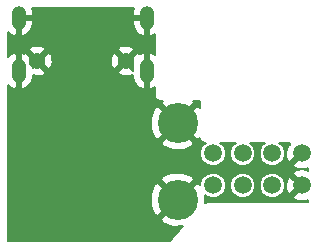
<source format=gbl>
G04 #@! TF.GenerationSoftware,KiCad,Pcbnew,(5.0.1)-4*
G04 #@! TF.CreationDate,2019-03-10T19:19:02+01:00*
G04 #@! TF.ProjectId,wii_hdmi_pcb,7769695F68646D695F7063622E6B6963,rev?*
G04 #@! TF.SameCoordinates,Original*
G04 #@! TF.FileFunction,Copper,L2,Bot,Signal*
G04 #@! TF.FilePolarity,Positive*
%FSLAX46Y46*%
G04 Gerber Fmt 4.6, Leading zero omitted, Abs format (unit mm)*
G04 Created by KiCad (PCBNEW (5.0.1)-4) date 10.03.2019 19:19:02*
%MOMM*%
%LPD*%
G01*
G04 APERTURE LIST*
G04 #@! TA.AperFunction,ComponentPad*
%ADD10C,1.400000*%
G04 #@! TD*
G04 #@! TA.AperFunction,ComponentPad*
%ADD11O,1.250000X2.000000*%
G04 #@! TD*
G04 #@! TA.AperFunction,ComponentPad*
%ADD12C,1.500000*%
G04 #@! TD*
G04 #@! TA.AperFunction,ComponentPad*
%ADD13C,3.400000*%
G04 #@! TD*
G04 #@! TA.AperFunction,ViaPad*
%ADD14C,0.600000*%
G04 #@! TD*
G04 #@! TA.AperFunction,Conductor*
%ADD15C,0.150000*%
G04 #@! TD*
G04 APERTURE END LIST*
D10*
G04 #@! TO.P,J2,SH*
G04 #@! TO.N,GND*
X131366000Y-57486000D03*
X138866000Y-57486000D03*
D11*
X129794000Y-53848000D03*
X140644000Y-53848000D03*
X129794000Y-58348000D03*
X140644000Y-58348000D03*
G04 #@! TD*
D12*
G04 #@! TO.P,J3,3*
G04 #@! TO.N,Net-(J3-Pad3)*
X148756000Y-65326000D03*
G04 #@! TO.P,J3,7*
G04 #@! TO.N,GND*
X153756000Y-65326000D03*
G04 #@! TO.P,J3,5*
G04 #@! TO.N,Net-(J3-Pad5)*
X151256000Y-65326000D03*
G04 #@! TO.P,J3,1*
G04 #@! TO.N,Net-(J3-Pad1)*
X146256000Y-65326000D03*
G04 #@! TO.P,J3,8*
G04 #@! TO.N,GND*
X153756000Y-68026000D03*
G04 #@! TO.P,J3,6*
G04 #@! TO.N,Net-(J3-Pad6)*
X151256000Y-68026000D03*
G04 #@! TO.P,J3,4*
G04 #@! TO.N,Net-(J3-Pad4)*
X148756000Y-68026000D03*
G04 #@! TO.P,J3,2*
G04 #@! TO.N,Net-(J3-Pad2)*
X146256000Y-68026000D03*
D13*
G04 #@! TO.P,J3,10*
G04 #@! TO.N,GND*
X143256000Y-69238000D03*
G04 #@! TO.P,J3,9*
X143256000Y-62738000D03*
G04 #@! TD*
D14*
G04 #@! TO.N,GND*
X138938000Y-66040000D03*
G04 #@! TD*
D15*
G04 #@! TO.N,GND*
G36*
X139436000Y-53294000D02*
X139436000Y-53669000D01*
X140465000Y-53669000D01*
X140465000Y-53649000D01*
X140823000Y-53649000D01*
X140823000Y-53669000D01*
X140843000Y-53669000D01*
X140843000Y-54027000D01*
X140823000Y-54027000D01*
X140823000Y-55270060D01*
X141007683Y-55374954D01*
X141332000Y-55222391D01*
X141332001Y-56973609D01*
X141007683Y-56821046D01*
X140823000Y-56925940D01*
X140823000Y-58169000D01*
X140843000Y-58169000D01*
X140843000Y-58527000D01*
X140823000Y-58527000D01*
X140823000Y-59770060D01*
X141007683Y-59874954D01*
X141332001Y-59722391D01*
X141332001Y-60412601D01*
X141324164Y-60452000D01*
X141355209Y-60608072D01*
X141443616Y-60740384D01*
X141575928Y-60828791D01*
X141692606Y-60852000D01*
X141732000Y-60859836D01*
X141771394Y-60852000D01*
X141978379Y-60852000D01*
X141844882Y-61073738D01*
X143256000Y-62484856D01*
X144667118Y-61073738D01*
X144533621Y-60852000D01*
X145142000Y-60852000D01*
X145142000Y-61460379D01*
X144920262Y-61326882D01*
X143509144Y-62738000D01*
X144920262Y-64149118D01*
X145136356Y-64019019D01*
X145165209Y-64164072D01*
X145253616Y-64296384D01*
X145385928Y-64384791D01*
X145502606Y-64408000D01*
X145542000Y-64415836D01*
X145581394Y-64408000D01*
X145663138Y-64408000D01*
X145647062Y-64414659D01*
X145344659Y-64717062D01*
X145181000Y-65112169D01*
X145181000Y-65539831D01*
X145344659Y-65934938D01*
X145647062Y-66237341D01*
X146042169Y-66401000D01*
X146469831Y-66401000D01*
X146864938Y-66237341D01*
X147167341Y-65934938D01*
X147331000Y-65539831D01*
X147331000Y-65112169D01*
X147167341Y-64717062D01*
X146864938Y-64414659D01*
X146848862Y-64408000D01*
X148163138Y-64408000D01*
X148147062Y-64414659D01*
X147844659Y-64717062D01*
X147681000Y-65112169D01*
X147681000Y-65539831D01*
X147844659Y-65934938D01*
X148147062Y-66237341D01*
X148542169Y-66401000D01*
X148969831Y-66401000D01*
X149364938Y-66237341D01*
X149667341Y-65934938D01*
X149831000Y-65539831D01*
X149831000Y-65112169D01*
X149667341Y-64717062D01*
X149364938Y-64414659D01*
X149348862Y-64408000D01*
X150663138Y-64408000D01*
X150647062Y-64414659D01*
X150344659Y-64717062D01*
X150181000Y-65112169D01*
X150181000Y-65539831D01*
X150344659Y-65934938D01*
X150647062Y-66237341D01*
X151042169Y-66401000D01*
X151469831Y-66401000D01*
X151864938Y-66237341D01*
X152167341Y-65934938D01*
X152331000Y-65539831D01*
X152331000Y-65112169D01*
X152167341Y-64717062D01*
X151864938Y-64414659D01*
X151848862Y-64408000D01*
X152753999Y-64408000D01*
X152669426Y-64492573D01*
X152780835Y-64603982D01*
X152560817Y-64678905D01*
X152404162Y-65185540D01*
X152453313Y-65713557D01*
X152560817Y-65973095D01*
X152780837Y-66048019D01*
X153502856Y-65326000D01*
X153488714Y-65311858D01*
X153741858Y-65058714D01*
X153756000Y-65072856D01*
X153770143Y-65058714D01*
X154023287Y-65311858D01*
X154009144Y-65326000D01*
X154023287Y-65340143D01*
X153770143Y-65593287D01*
X153756000Y-65579144D01*
X153033981Y-66301163D01*
X153108905Y-66521183D01*
X153615540Y-66677838D01*
X154143557Y-66628687D01*
X154286000Y-66569685D01*
X154286000Y-66794611D01*
X153896460Y-66674162D01*
X153368443Y-66723313D01*
X153108905Y-66830817D01*
X153033981Y-67050837D01*
X153756000Y-67772856D01*
X153770143Y-67758714D01*
X154023287Y-68011858D01*
X154009144Y-68026000D01*
X154023287Y-68040143D01*
X153770143Y-68293287D01*
X153756000Y-68279144D01*
X153033981Y-69001163D01*
X153108905Y-69221183D01*
X153615540Y-69377838D01*
X154143557Y-69328687D01*
X154286001Y-69269685D01*
X154286001Y-69450000D01*
X145827334Y-69450000D01*
X145779699Y-69442490D01*
X145710120Y-69459247D01*
X145639928Y-69473209D01*
X145633043Y-69477809D01*
X145624993Y-69479748D01*
X145567122Y-69521856D01*
X145551720Y-69532147D01*
X145524665Y-68814944D01*
X145647062Y-68937341D01*
X146042169Y-69101000D01*
X146469831Y-69101000D01*
X146864938Y-68937341D01*
X147167341Y-68634938D01*
X147331000Y-68239831D01*
X147331000Y-67812169D01*
X147681000Y-67812169D01*
X147681000Y-68239831D01*
X147844659Y-68634938D01*
X148147062Y-68937341D01*
X148542169Y-69101000D01*
X148969831Y-69101000D01*
X149364938Y-68937341D01*
X149667341Y-68634938D01*
X149831000Y-68239831D01*
X149831000Y-67812169D01*
X150181000Y-67812169D01*
X150181000Y-68239831D01*
X150344659Y-68634938D01*
X150647062Y-68937341D01*
X151042169Y-69101000D01*
X151469831Y-69101000D01*
X151864938Y-68937341D01*
X152167341Y-68634938D01*
X152331000Y-68239831D01*
X152331000Y-67885540D01*
X152404162Y-67885540D01*
X152453313Y-68413557D01*
X152560817Y-68673095D01*
X152780837Y-68748019D01*
X153502856Y-68026000D01*
X152780837Y-67303981D01*
X152560817Y-67378905D01*
X152404162Y-67885540D01*
X152331000Y-67885540D01*
X152331000Y-67812169D01*
X152167341Y-67417062D01*
X151864938Y-67114659D01*
X151469831Y-66951000D01*
X151042169Y-66951000D01*
X150647062Y-67114659D01*
X150344659Y-67417062D01*
X150181000Y-67812169D01*
X149831000Y-67812169D01*
X149667341Y-67417062D01*
X149364938Y-67114659D01*
X148969831Y-66951000D01*
X148542169Y-66951000D01*
X148147062Y-67114659D01*
X147844659Y-67417062D01*
X147681000Y-67812169D01*
X147331000Y-67812169D01*
X147167341Y-67417062D01*
X146864938Y-67114659D01*
X146469831Y-66951000D01*
X146042169Y-66951000D01*
X145647062Y-67114659D01*
X145344659Y-67417062D01*
X145181000Y-67812169D01*
X145181000Y-67983859D01*
X144920262Y-67826882D01*
X143509144Y-69238000D01*
X143523287Y-69252143D01*
X143270143Y-69505287D01*
X143256000Y-69491144D01*
X141844882Y-70902262D01*
X142036662Y-71220808D01*
X142888266Y-71536496D01*
X143723972Y-71504971D01*
X142572868Y-72752000D01*
X128924000Y-72752000D01*
X128924000Y-68870266D01*
X140957504Y-68870266D01*
X140991741Y-69777855D01*
X141273192Y-70457338D01*
X141591738Y-70649118D01*
X143002856Y-69238000D01*
X141591738Y-67826882D01*
X141273192Y-68018662D01*
X140957504Y-68870266D01*
X128924000Y-68870266D01*
X128924000Y-67573738D01*
X141844882Y-67573738D01*
X143256000Y-68984856D01*
X144667118Y-67573738D01*
X144475338Y-67255192D01*
X143623734Y-66939504D01*
X142716145Y-66973741D01*
X142036662Y-67255192D01*
X141844882Y-67573738D01*
X128924000Y-67573738D01*
X128924000Y-64402262D01*
X141844882Y-64402262D01*
X142036662Y-64720808D01*
X142888266Y-65036496D01*
X143795855Y-65002259D01*
X144475338Y-64720808D01*
X144667118Y-64402262D01*
X143256000Y-62991144D01*
X141844882Y-64402262D01*
X128924000Y-64402262D01*
X128924000Y-62370266D01*
X140957504Y-62370266D01*
X140991741Y-63277855D01*
X141273192Y-63957338D01*
X141591738Y-64149118D01*
X143002856Y-62738000D01*
X141591738Y-61326882D01*
X141273192Y-61518662D01*
X140957504Y-62370266D01*
X128924000Y-62370266D01*
X128924000Y-59546608D01*
X129066387Y-59703757D01*
X129430317Y-59874954D01*
X129615000Y-59770060D01*
X129615000Y-58527000D01*
X129595000Y-58527000D01*
X129595000Y-58169000D01*
X129615000Y-58169000D01*
X129615000Y-56925940D01*
X129973000Y-56925940D01*
X129973000Y-58169000D01*
X129993000Y-58169000D01*
X129993000Y-58527000D01*
X129973000Y-58527000D01*
X129973000Y-59770060D01*
X130157683Y-59874954D01*
X130521613Y-59703757D01*
X130841546Y-59350656D01*
X131002000Y-58902000D01*
X131002000Y-58716314D01*
X131237549Y-58787813D01*
X131745509Y-58737874D01*
X131982855Y-58639562D01*
X132051554Y-58424698D01*
X138180446Y-58424698D01*
X138249145Y-58639562D01*
X138737549Y-58787813D01*
X139245509Y-58737874D01*
X139436000Y-58658970D01*
X139436000Y-58902000D01*
X139596454Y-59350656D01*
X139916387Y-59703757D01*
X140280317Y-59874954D01*
X140465000Y-59770060D01*
X140465000Y-58527000D01*
X140445000Y-58527000D01*
X140445000Y-58169000D01*
X140465000Y-58169000D01*
X140465000Y-56925940D01*
X140280317Y-56821046D01*
X140045411Y-56931549D01*
X140019562Y-56869145D01*
X139804698Y-56800446D01*
X139119144Y-57486000D01*
X139436000Y-57802856D01*
X139436000Y-58309144D01*
X138866000Y-57739144D01*
X138180446Y-58424698D01*
X132051554Y-58424698D01*
X131366000Y-57739144D01*
X131002000Y-58103144D01*
X131002000Y-57794000D01*
X130950068Y-57648788D01*
X131112856Y-57486000D01*
X131619144Y-57486000D01*
X132304698Y-58171554D01*
X132519562Y-58102855D01*
X132667813Y-57614451D01*
X132642557Y-57357549D01*
X137564187Y-57357549D01*
X137614126Y-57865509D01*
X137712438Y-58102855D01*
X137927302Y-58171554D01*
X138612856Y-57486000D01*
X137927302Y-56800446D01*
X137712438Y-56869145D01*
X137564187Y-57357549D01*
X132642557Y-57357549D01*
X132617874Y-57106491D01*
X132519562Y-56869145D01*
X132304698Y-56800446D01*
X131619144Y-57486000D01*
X131112856Y-57486000D01*
X130427302Y-56800446D01*
X130240713Y-56860104D01*
X130157683Y-56821046D01*
X129973000Y-56925940D01*
X129615000Y-56925940D01*
X129430317Y-56821046D01*
X129066387Y-56992243D01*
X128924000Y-57149392D01*
X128924000Y-56547302D01*
X130680446Y-56547302D01*
X131366000Y-57232856D01*
X132051554Y-56547302D01*
X138180446Y-56547302D01*
X138866000Y-57232856D01*
X139551554Y-56547302D01*
X139482855Y-56332438D01*
X138994451Y-56184187D01*
X138486491Y-56234126D01*
X138249145Y-56332438D01*
X138180446Y-56547302D01*
X132051554Y-56547302D01*
X131982855Y-56332438D01*
X131494451Y-56184187D01*
X130986491Y-56234126D01*
X130749145Y-56332438D01*
X130680446Y-56547302D01*
X128924000Y-56547302D01*
X128924000Y-55046608D01*
X129066387Y-55203757D01*
X129430317Y-55374954D01*
X129615000Y-55270060D01*
X129615000Y-54027000D01*
X129973000Y-54027000D01*
X129973000Y-55270060D01*
X130157683Y-55374954D01*
X130521613Y-55203757D01*
X130841546Y-54850656D01*
X131002000Y-54402000D01*
X131002000Y-54027000D01*
X139436000Y-54027000D01*
X139436000Y-54402000D01*
X139596454Y-54850656D01*
X139916387Y-55203757D01*
X140280317Y-55374954D01*
X140465000Y-55270060D01*
X140465000Y-54027000D01*
X139436000Y-54027000D01*
X131002000Y-54027000D01*
X129973000Y-54027000D01*
X129615000Y-54027000D01*
X129595000Y-54027000D01*
X129595000Y-53669000D01*
X129615000Y-53669000D01*
X129615000Y-53649000D01*
X129973000Y-53649000D01*
X129973000Y-53669000D01*
X131002000Y-53669000D01*
X131002000Y-53294000D01*
X130888988Y-52978000D01*
X139549012Y-52978000D01*
X139436000Y-53294000D01*
X139436000Y-53294000D01*
G37*
X139436000Y-53294000D02*
X139436000Y-53669000D01*
X140465000Y-53669000D01*
X140465000Y-53649000D01*
X140823000Y-53649000D01*
X140823000Y-53669000D01*
X140843000Y-53669000D01*
X140843000Y-54027000D01*
X140823000Y-54027000D01*
X140823000Y-55270060D01*
X141007683Y-55374954D01*
X141332000Y-55222391D01*
X141332001Y-56973609D01*
X141007683Y-56821046D01*
X140823000Y-56925940D01*
X140823000Y-58169000D01*
X140843000Y-58169000D01*
X140843000Y-58527000D01*
X140823000Y-58527000D01*
X140823000Y-59770060D01*
X141007683Y-59874954D01*
X141332001Y-59722391D01*
X141332001Y-60412601D01*
X141324164Y-60452000D01*
X141355209Y-60608072D01*
X141443616Y-60740384D01*
X141575928Y-60828791D01*
X141692606Y-60852000D01*
X141732000Y-60859836D01*
X141771394Y-60852000D01*
X141978379Y-60852000D01*
X141844882Y-61073738D01*
X143256000Y-62484856D01*
X144667118Y-61073738D01*
X144533621Y-60852000D01*
X145142000Y-60852000D01*
X145142000Y-61460379D01*
X144920262Y-61326882D01*
X143509144Y-62738000D01*
X144920262Y-64149118D01*
X145136356Y-64019019D01*
X145165209Y-64164072D01*
X145253616Y-64296384D01*
X145385928Y-64384791D01*
X145502606Y-64408000D01*
X145542000Y-64415836D01*
X145581394Y-64408000D01*
X145663138Y-64408000D01*
X145647062Y-64414659D01*
X145344659Y-64717062D01*
X145181000Y-65112169D01*
X145181000Y-65539831D01*
X145344659Y-65934938D01*
X145647062Y-66237341D01*
X146042169Y-66401000D01*
X146469831Y-66401000D01*
X146864938Y-66237341D01*
X147167341Y-65934938D01*
X147331000Y-65539831D01*
X147331000Y-65112169D01*
X147167341Y-64717062D01*
X146864938Y-64414659D01*
X146848862Y-64408000D01*
X148163138Y-64408000D01*
X148147062Y-64414659D01*
X147844659Y-64717062D01*
X147681000Y-65112169D01*
X147681000Y-65539831D01*
X147844659Y-65934938D01*
X148147062Y-66237341D01*
X148542169Y-66401000D01*
X148969831Y-66401000D01*
X149364938Y-66237341D01*
X149667341Y-65934938D01*
X149831000Y-65539831D01*
X149831000Y-65112169D01*
X149667341Y-64717062D01*
X149364938Y-64414659D01*
X149348862Y-64408000D01*
X150663138Y-64408000D01*
X150647062Y-64414659D01*
X150344659Y-64717062D01*
X150181000Y-65112169D01*
X150181000Y-65539831D01*
X150344659Y-65934938D01*
X150647062Y-66237341D01*
X151042169Y-66401000D01*
X151469831Y-66401000D01*
X151864938Y-66237341D01*
X152167341Y-65934938D01*
X152331000Y-65539831D01*
X152331000Y-65112169D01*
X152167341Y-64717062D01*
X151864938Y-64414659D01*
X151848862Y-64408000D01*
X152753999Y-64408000D01*
X152669426Y-64492573D01*
X152780835Y-64603982D01*
X152560817Y-64678905D01*
X152404162Y-65185540D01*
X152453313Y-65713557D01*
X152560817Y-65973095D01*
X152780837Y-66048019D01*
X153502856Y-65326000D01*
X153488714Y-65311858D01*
X153741858Y-65058714D01*
X153756000Y-65072856D01*
X153770143Y-65058714D01*
X154023287Y-65311858D01*
X154009144Y-65326000D01*
X154023287Y-65340143D01*
X153770143Y-65593287D01*
X153756000Y-65579144D01*
X153033981Y-66301163D01*
X153108905Y-66521183D01*
X153615540Y-66677838D01*
X154143557Y-66628687D01*
X154286000Y-66569685D01*
X154286000Y-66794611D01*
X153896460Y-66674162D01*
X153368443Y-66723313D01*
X153108905Y-66830817D01*
X153033981Y-67050837D01*
X153756000Y-67772856D01*
X153770143Y-67758714D01*
X154023287Y-68011858D01*
X154009144Y-68026000D01*
X154023287Y-68040143D01*
X153770143Y-68293287D01*
X153756000Y-68279144D01*
X153033981Y-69001163D01*
X153108905Y-69221183D01*
X153615540Y-69377838D01*
X154143557Y-69328687D01*
X154286001Y-69269685D01*
X154286001Y-69450000D01*
X145827334Y-69450000D01*
X145779699Y-69442490D01*
X145710120Y-69459247D01*
X145639928Y-69473209D01*
X145633043Y-69477809D01*
X145624993Y-69479748D01*
X145567122Y-69521856D01*
X145551720Y-69532147D01*
X145524665Y-68814944D01*
X145647062Y-68937341D01*
X146042169Y-69101000D01*
X146469831Y-69101000D01*
X146864938Y-68937341D01*
X147167341Y-68634938D01*
X147331000Y-68239831D01*
X147331000Y-67812169D01*
X147681000Y-67812169D01*
X147681000Y-68239831D01*
X147844659Y-68634938D01*
X148147062Y-68937341D01*
X148542169Y-69101000D01*
X148969831Y-69101000D01*
X149364938Y-68937341D01*
X149667341Y-68634938D01*
X149831000Y-68239831D01*
X149831000Y-67812169D01*
X150181000Y-67812169D01*
X150181000Y-68239831D01*
X150344659Y-68634938D01*
X150647062Y-68937341D01*
X151042169Y-69101000D01*
X151469831Y-69101000D01*
X151864938Y-68937341D01*
X152167341Y-68634938D01*
X152331000Y-68239831D01*
X152331000Y-67885540D01*
X152404162Y-67885540D01*
X152453313Y-68413557D01*
X152560817Y-68673095D01*
X152780837Y-68748019D01*
X153502856Y-68026000D01*
X152780837Y-67303981D01*
X152560817Y-67378905D01*
X152404162Y-67885540D01*
X152331000Y-67885540D01*
X152331000Y-67812169D01*
X152167341Y-67417062D01*
X151864938Y-67114659D01*
X151469831Y-66951000D01*
X151042169Y-66951000D01*
X150647062Y-67114659D01*
X150344659Y-67417062D01*
X150181000Y-67812169D01*
X149831000Y-67812169D01*
X149667341Y-67417062D01*
X149364938Y-67114659D01*
X148969831Y-66951000D01*
X148542169Y-66951000D01*
X148147062Y-67114659D01*
X147844659Y-67417062D01*
X147681000Y-67812169D01*
X147331000Y-67812169D01*
X147167341Y-67417062D01*
X146864938Y-67114659D01*
X146469831Y-66951000D01*
X146042169Y-66951000D01*
X145647062Y-67114659D01*
X145344659Y-67417062D01*
X145181000Y-67812169D01*
X145181000Y-67983859D01*
X144920262Y-67826882D01*
X143509144Y-69238000D01*
X143523287Y-69252143D01*
X143270143Y-69505287D01*
X143256000Y-69491144D01*
X141844882Y-70902262D01*
X142036662Y-71220808D01*
X142888266Y-71536496D01*
X143723972Y-71504971D01*
X142572868Y-72752000D01*
X128924000Y-72752000D01*
X128924000Y-68870266D01*
X140957504Y-68870266D01*
X140991741Y-69777855D01*
X141273192Y-70457338D01*
X141591738Y-70649118D01*
X143002856Y-69238000D01*
X141591738Y-67826882D01*
X141273192Y-68018662D01*
X140957504Y-68870266D01*
X128924000Y-68870266D01*
X128924000Y-67573738D01*
X141844882Y-67573738D01*
X143256000Y-68984856D01*
X144667118Y-67573738D01*
X144475338Y-67255192D01*
X143623734Y-66939504D01*
X142716145Y-66973741D01*
X142036662Y-67255192D01*
X141844882Y-67573738D01*
X128924000Y-67573738D01*
X128924000Y-64402262D01*
X141844882Y-64402262D01*
X142036662Y-64720808D01*
X142888266Y-65036496D01*
X143795855Y-65002259D01*
X144475338Y-64720808D01*
X144667118Y-64402262D01*
X143256000Y-62991144D01*
X141844882Y-64402262D01*
X128924000Y-64402262D01*
X128924000Y-62370266D01*
X140957504Y-62370266D01*
X140991741Y-63277855D01*
X141273192Y-63957338D01*
X141591738Y-64149118D01*
X143002856Y-62738000D01*
X141591738Y-61326882D01*
X141273192Y-61518662D01*
X140957504Y-62370266D01*
X128924000Y-62370266D01*
X128924000Y-59546608D01*
X129066387Y-59703757D01*
X129430317Y-59874954D01*
X129615000Y-59770060D01*
X129615000Y-58527000D01*
X129595000Y-58527000D01*
X129595000Y-58169000D01*
X129615000Y-58169000D01*
X129615000Y-56925940D01*
X129973000Y-56925940D01*
X129973000Y-58169000D01*
X129993000Y-58169000D01*
X129993000Y-58527000D01*
X129973000Y-58527000D01*
X129973000Y-59770060D01*
X130157683Y-59874954D01*
X130521613Y-59703757D01*
X130841546Y-59350656D01*
X131002000Y-58902000D01*
X131002000Y-58716314D01*
X131237549Y-58787813D01*
X131745509Y-58737874D01*
X131982855Y-58639562D01*
X132051554Y-58424698D01*
X138180446Y-58424698D01*
X138249145Y-58639562D01*
X138737549Y-58787813D01*
X139245509Y-58737874D01*
X139436000Y-58658970D01*
X139436000Y-58902000D01*
X139596454Y-59350656D01*
X139916387Y-59703757D01*
X140280317Y-59874954D01*
X140465000Y-59770060D01*
X140465000Y-58527000D01*
X140445000Y-58527000D01*
X140445000Y-58169000D01*
X140465000Y-58169000D01*
X140465000Y-56925940D01*
X140280317Y-56821046D01*
X140045411Y-56931549D01*
X140019562Y-56869145D01*
X139804698Y-56800446D01*
X139119144Y-57486000D01*
X139436000Y-57802856D01*
X139436000Y-58309144D01*
X138866000Y-57739144D01*
X138180446Y-58424698D01*
X132051554Y-58424698D01*
X131366000Y-57739144D01*
X131002000Y-58103144D01*
X131002000Y-57794000D01*
X130950068Y-57648788D01*
X131112856Y-57486000D01*
X131619144Y-57486000D01*
X132304698Y-58171554D01*
X132519562Y-58102855D01*
X132667813Y-57614451D01*
X132642557Y-57357549D01*
X137564187Y-57357549D01*
X137614126Y-57865509D01*
X137712438Y-58102855D01*
X137927302Y-58171554D01*
X138612856Y-57486000D01*
X137927302Y-56800446D01*
X137712438Y-56869145D01*
X137564187Y-57357549D01*
X132642557Y-57357549D01*
X132617874Y-57106491D01*
X132519562Y-56869145D01*
X132304698Y-56800446D01*
X131619144Y-57486000D01*
X131112856Y-57486000D01*
X130427302Y-56800446D01*
X130240713Y-56860104D01*
X130157683Y-56821046D01*
X129973000Y-56925940D01*
X129615000Y-56925940D01*
X129430317Y-56821046D01*
X129066387Y-56992243D01*
X128924000Y-57149392D01*
X128924000Y-56547302D01*
X130680446Y-56547302D01*
X131366000Y-57232856D01*
X132051554Y-56547302D01*
X138180446Y-56547302D01*
X138866000Y-57232856D01*
X139551554Y-56547302D01*
X139482855Y-56332438D01*
X138994451Y-56184187D01*
X138486491Y-56234126D01*
X138249145Y-56332438D01*
X138180446Y-56547302D01*
X132051554Y-56547302D01*
X131982855Y-56332438D01*
X131494451Y-56184187D01*
X130986491Y-56234126D01*
X130749145Y-56332438D01*
X130680446Y-56547302D01*
X128924000Y-56547302D01*
X128924000Y-55046608D01*
X129066387Y-55203757D01*
X129430317Y-55374954D01*
X129615000Y-55270060D01*
X129615000Y-54027000D01*
X129973000Y-54027000D01*
X129973000Y-55270060D01*
X130157683Y-55374954D01*
X130521613Y-55203757D01*
X130841546Y-54850656D01*
X131002000Y-54402000D01*
X131002000Y-54027000D01*
X139436000Y-54027000D01*
X139436000Y-54402000D01*
X139596454Y-54850656D01*
X139916387Y-55203757D01*
X140280317Y-55374954D01*
X140465000Y-55270060D01*
X140465000Y-54027000D01*
X139436000Y-54027000D01*
X131002000Y-54027000D01*
X129973000Y-54027000D01*
X129615000Y-54027000D01*
X129595000Y-54027000D01*
X129595000Y-53669000D01*
X129615000Y-53669000D01*
X129615000Y-53649000D01*
X129973000Y-53649000D01*
X129973000Y-53669000D01*
X131002000Y-53669000D01*
X131002000Y-53294000D01*
X130888988Y-52978000D01*
X139549012Y-52978000D01*
X139436000Y-53294000D01*
G04 #@! TD*
M02*

</source>
